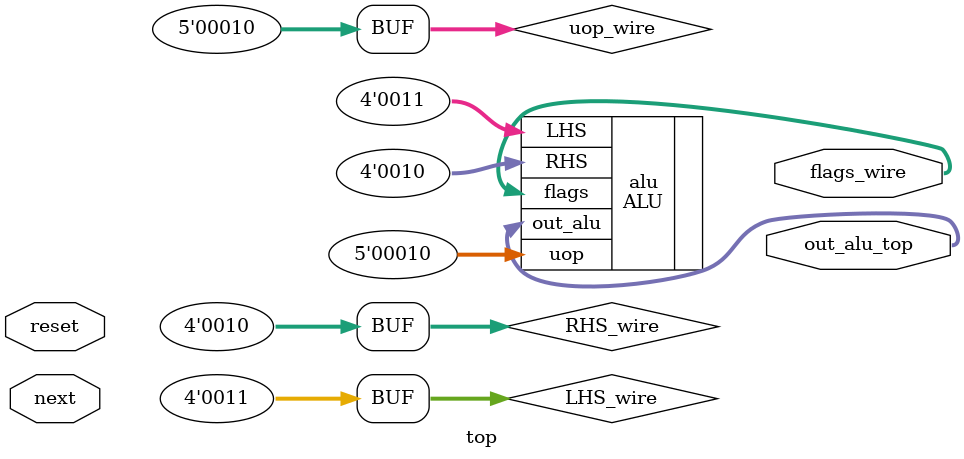
<source format=v>
`timescale 1ns / 1ps


module top(
    input next,
    input reset,
    output [3:0] out_alu_top,
    output [3:0] flags_wire
    );
    
    wire [3:0] LHS_wire, RHS_wire;
    reg [4:0] uop_wire;
    
    ALU alu(
        .LHS(LHS_wire),
        .RHS(RHS_wire),
        .uop(uop_wire),
        .out_alu(out_alu_top),
        .flags(flags_wire) // [Z, C, N, V] (Zero, Carry, Negative, Overflow)
    );

    reg [4:0] nb_uop;
    
    assign LHS_wire = 3;
    assign RHS_wire = 2;
    
    always @(*) begin
        uop_wire <= 2;
    end
    /*
    always @(posedge next or posedge reset) begin
        if (reset)
            // Reset
            uop_wire <= 8;
        else
            uop_wire <= uop_wire - 1;
    end*/

endmodule


</source>
